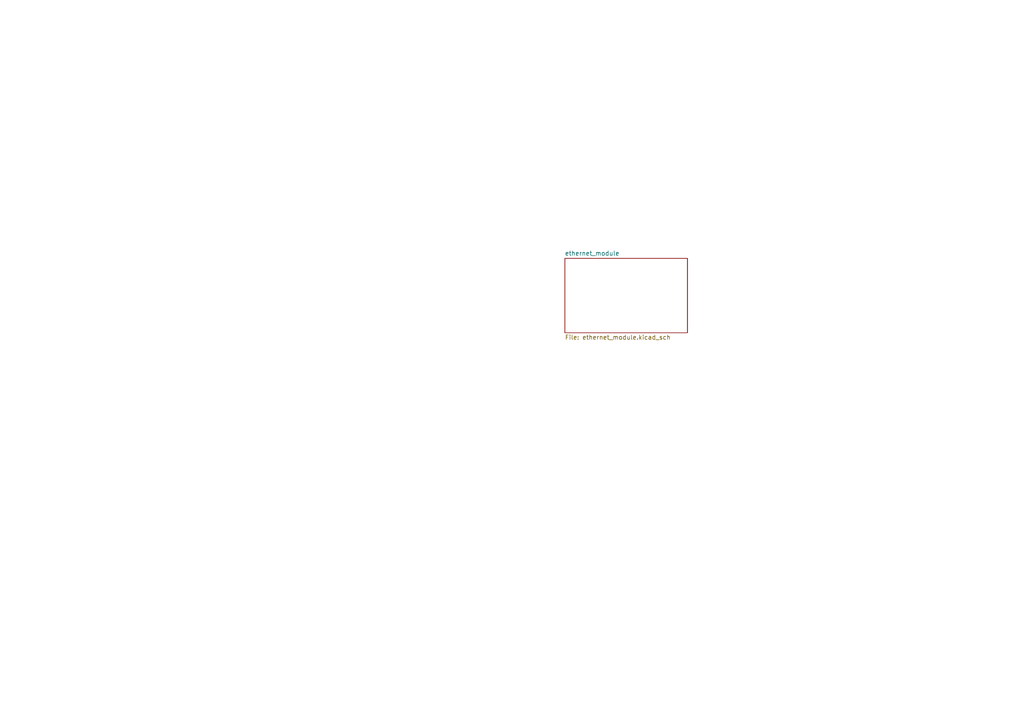
<source format=kicad_sch>
(kicad_sch (version 20230121) (generator eeschema)
  (paper "A4")
  (title_block (title "Colorlight i5 Ethernet adaptor") (rev "0.0"))
  (lib_symbols)
  (sheet (at 163.83 74.93) (size 35.56 21.59) (stroke (width 0.1524))
    (property "Sheetname" "ethernet_module" (at 163.83 74.2184 0) (effects (justify left bottom)))
    (property "Sheetfile" "ethernet_module.kicad_sch" (at 163.83 97.1046 0) (effects (justify left top)))
  )
)
</source>
